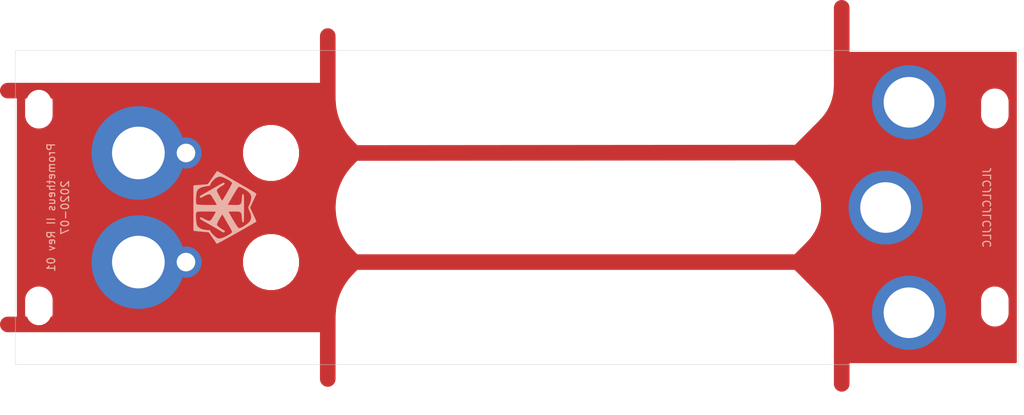
<source format=kicad_pcb>
(kicad_pcb (version 20171130) (host pcbnew 5.1.5-52549c5~86~ubuntu19.10.1)

  (general
    (thickness 1.6)
    (drawings 40)
    (tracks 219)
    (zones 0)
    (modules 24)
    (nets 1)
  )

  (page A4)
  (layers
    (0 F.Cu signal)
    (31 B.Cu signal hide)
    (32 B.Adhes user)
    (33 F.Adhes user)
    (34 B.Paste user)
    (35 F.Paste user)
    (36 B.SilkS user)
    (37 F.SilkS user)
    (38 B.Mask user)
    (39 F.Mask user)
    (40 Dwgs.User user)
    (41 Cmts.User user)
    (42 Eco1.User user)
    (43 Eco2.User user)
    (44 Edge.Cuts user)
    (45 Margin user)
    (46 B.CrtYd user)
    (47 F.CrtYd user)
    (48 B.Fab user)
    (49 F.Fab user)
  )

  (setup
    (last_trace_width 0.25)
    (trace_clearance 0.2)
    (zone_clearance 0.508)
    (zone_45_only no)
    (trace_min 0.2)
    (via_size 0.8)
    (via_drill 0.4)
    (via_min_size 0.4)
    (via_min_drill 0.3)
    (uvia_size 0.3)
    (uvia_drill 0.1)
    (uvias_allowed no)
    (uvia_min_size 0.2)
    (uvia_min_drill 0.1)
    (edge_width 0.05)
    (segment_width 0.2)
    (pcb_text_width 0.3)
    (pcb_text_size 1.5 1.5)
    (mod_edge_width 0.12)
    (mod_text_size 1 1)
    (mod_text_width 0.15)
    (pad_size 1.524 1.524)
    (pad_drill 0.762)
    (pad_to_mask_clearance 0.051)
    (solder_mask_min_width 0.25)
    (aux_axis_origin 100 150)
    (grid_origin 100 150)
    (visible_elements FFFFFF7F)
    (pcbplotparams
      (layerselection 0x010fc_ffffffff)
      (usegerberextensions false)
      (usegerberattributes true)
      (usegerberadvancedattributes true)
      (creategerberjobfile false)
      (excludeedgelayer false)
      (linewidth 0.150000)
      (plotframeref false)
      (viasonmask false)
      (mode 1)
      (useauxorigin true)
      (hpglpennumber 1)
      (hpglpenspeed 20)
      (hpglpendiameter 15.000000)
      (psnegative false)
      (psa4output false)
      (plotreference true)
      (plotvalue true)
      (plotinvisibletext false)
      (padsonsilk false)
      (subtractmaskfromsilk false)
      (outputformat 1)
      (mirror false)
      (drillshape 0)
      (scaleselection 1)
      (outputdirectory ""))
  )

  (net 0 "")

  (net_class Default "This is the default net class."
    (clearance 0.2)
    (trace_width 0.25)
    (via_dia 0.8)
    (via_drill 0.4)
    (uvia_dia 0.3)
    (uvia_drill 0.1)
  )

  (module ttt_panels:PJ398SM_Plated (layer F.Cu) (tedit 5F13AF72) (tstamp 5F24C3A9)
    (at 162 113 180)
    (fp_text reference REF** (at 0 0.5) (layer F.SilkS) hide
      (effects (font (size 1 1) (thickness 0.15)))
    )
    (fp_text value PJ398SM_Plated (at 0 -0.5) (layer F.Fab)
      (effects (font (size 1 1) (thickness 0.15)))
    )
    (pad 1 thru_hole circle (at 0 0 180) (size 9.5 9.5) (drill 6.5) (layers *.Cu))
  )

  (module ttt_panels:PJ398SM_Unplated (layer F.Cu) (tedit 5F20E56B) (tstamp 5F24C3A5)
    (at 144.5 99.5 180)
    (fp_text reference REF** (at 0 0.5) (layer F.SilkS) hide
      (effects (font (size 1 1) (thickness 0.15)))
    )
    (fp_text value PJ398SM_Unplated (at 0 -0.5) (layer F.Fab)
      (effects (font (size 1 1) (thickness 0.15)))
    )
    (pad "" np_thru_hole circle (at 0 0 180) (size 6.75 6.75) (drill 6.75) (layers *.Cu *.Mask))
  )

  (module ttt_lib:euro_mounting_hole (layer F.Cu) (tedit 5F13AFEE) (tstamp 5F24C39F)
    (at 50.5 112.2 270)
    (fp_text reference REF** (at 0 0.5 90) (layer F.SilkS) hide
      (effects (font (size 1 1) (thickness 0.15)))
    )
    (fp_text value euro_mounting_hole (at 0 -0.5 90) (layer F.Fab)
      (effects (font (size 1 1) (thickness 0.15)))
    )
    (pad "" np_thru_hole oval (at 0 0 270) (size 4.8 3.2) (drill oval 4.8 3.2) (layers *.Cu *.Mask))
  )

  (module ttt_panels:PJ398SM_Unplated (layer F.Cu) (tedit 5F20E573) (tstamp 5F24C392)
    (at 144.5 85.5 180)
    (fp_text reference REF** (at 0 0.5) (layer F.SilkS) hide
      (effects (font (size 1 1) (thickness 0.15)))
    )
    (fp_text value PJ398SM_Unplated (at 0 -0.5) (layer F.Fab)
      (effects (font (size 1 1) (thickness 0.15)))
    )
    (pad "" np_thru_hole circle (at 0 0 180) (size 6.75 6.75) (drill 6.75) (layers *.Cu *.Mask))
  )

  (module ttt_panels:Knob_Unplated (layer F.Cu) (tedit 5F13AF84) (tstamp 5F24C38E)
    (at 128.25 113.5 180)
    (fp_text reference REF** (at 0 0.5) (layer F.SilkS) hide
      (effects (font (size 1 1) (thickness 0.15)))
    )
    (fp_text value Knob_Unplated (at 0 -0.5) (layer F.Fab)
      (effects (font (size 1 1) (thickness 0.15)))
    )
    (pad "" np_thru_hole circle (at 0 0 180) (size 6.85 6.85) (drill 6.85) (layers *.Cu *.Mask))
  )

  (module ttt_panels:Knob_Unplated (layer F.Cu) (tedit 5F13AF84) (tstamp 5F24C38A)
    (at 128.25 99.5 180)
    (fp_text reference REF** (at 0 0.5) (layer F.SilkS) hide
      (effects (font (size 1 1) (thickness 0.15)))
    )
    (fp_text value Knob_Unplated (at 0 -0.5) (layer F.Fab)
      (effects (font (size 1 1) (thickness 0.15)))
    )
    (pad "" np_thru_hole circle (at 0 0 180) (size 6.85 6.85) (drill 6.85) (layers *.Cu *.Mask))
  )

  (module ttt_panels:Knob_Unplated (layer F.Cu) (tedit 5F13AF84) (tstamp 5F24C386)
    (at 128.25 85.5 180)
    (fp_text reference REF** (at 0 0.5) (layer F.SilkS) hide
      (effects (font (size 1 1) (thickness 0.15)))
    )
    (fp_text value Knob_Unplated (at 0 -0.5) (layer F.Fab)
      (effects (font (size 1 1) (thickness 0.15)))
    )
    (pad "" np_thru_hole circle (at 0 0 180) (size 6.85 6.85) (drill 6.85) (layers *.Cu *.Mask))
  )

  (module ttt_panels:PJ398SM_Unplated (layer F.Cu) (tedit 5F20E561) (tstamp 5F24C382)
    (at 144.5 113.5 180)
    (fp_text reference REF** (at 0 0.5) (layer F.SilkS) hide
      (effects (font (size 1 1) (thickness 0.15)))
    )
    (fp_text value PJ398SM_Unplated (at 0 -0.5) (layer F.Fab)
      (effects (font (size 1 1) (thickness 0.15)))
    )
    (pad "" np_thru_hole circle (at 0 0 180) (size 6.75 6.75) (drill 6.75) (layers *.Cu *.Mask))
  )

  (module ttt_panels:PJ398SM_Plated (layer F.Cu) (tedit 5F13AF72) (tstamp 5F24C37E)
    (at 159 99.5 180)
    (fp_text reference REF** (at 0 0.5) (layer F.SilkS) hide
      (effects (font (size 1 1) (thickness 0.15)))
    )
    (fp_text value PJ398SM_Plated (at 0 -0.5) (layer F.Fab)
      (effects (font (size 1 1) (thickness 0.15)))
    )
    (pad 1 thru_hole circle (at 0 0 180) (size 9.5 9.5) (drill 6.5) (layers *.Cu))
  )

  (module ttt_panels:Knob_Unplated (layer F.Cu) (tedit 5F13AF84) (tstamp 5F24C37A)
    (at 112.25 85.5 180)
    (fp_text reference REF** (at 0 0.5) (layer F.SilkS) hide
      (effects (font (size 1 1) (thickness 0.15)))
    )
    (fp_text value Knob_Unplated (at 0 -0.5) (layer F.Fab)
      (effects (font (size 1 1) (thickness 0.15)))
    )
    (pad "" np_thru_hole circle (at 0 0 180) (size 6.85 6.85) (drill 6.85) (layers *.Cu *.Mask))
  )

  (module ttt_panels:Knob_Unplated (layer F.Cu) (tedit 5F13AF84) (tstamp 5F24C376)
    (at 112.25 113.5 180)
    (fp_text reference REF** (at 0 0.5) (layer F.SilkS) hide
      (effects (font (size 1 1) (thickness 0.15)))
    )
    (fp_text value Knob_Unplated (at 0 -0.5) (layer F.Fab)
      (effects (font (size 1 1) (thickness 0.15)))
    )
    (pad "" np_thru_hole circle (at 0 0 180) (size 6.85 6.85) (drill 6.85) (layers *.Cu *.Mask))
  )

  (module ttt_panels:Knob_Unplated (layer F.Cu) (tedit 5F13AF84) (tstamp 5F24C36E)
    (at 112.25 99.5 180)
    (fp_text reference REF** (at 0 0.5) (layer F.SilkS) hide
      (effects (font (size 1 1) (thickness 0.15)))
    )
    (fp_text value Knob_Unplated (at 0 -0.5) (layer F.Fab)
      (effects (font (size 1 1) (thickness 0.15)))
    )
    (pad "" np_thru_hole circle (at 0 0 180) (size 6.85 6.85) (drill 6.85) (layers *.Cu *.Mask))
  )

  (module ttt_panels:Knob_Unplated (layer F.Cu) (tedit 5F13AF84) (tstamp 5F24C36A)
    (at 96.25 113.5 180)
    (fp_text reference REF** (at 0 0.5) (layer F.SilkS) hide
      (effects (font (size 1 1) (thickness 0.15)))
    )
    (fp_text value Knob_Unplated (at 0 -0.5) (layer F.Fab)
      (effects (font (size 1 1) (thickness 0.15)))
    )
    (pad "" np_thru_hole circle (at 0 0 180) (size 6.85 6.85) (drill 6.85) (layers *.Cu *.Mask))
  )

  (module ttt_panels:Knob_Unplated (layer F.Cu) (tedit 5F13AF84) (tstamp 5F24C366)
    (at 96.25 99.5 180)
    (fp_text reference REF** (at 0 0.5) (layer F.SilkS) hide
      (effects (font (size 1 1) (thickness 0.15)))
    )
    (fp_text value Knob_Unplated (at 0 -0.5) (layer F.Fab)
      (effects (font (size 1 1) (thickness 0.15)))
    )
    (pad "" np_thru_hole circle (at 0 0 180) (size 6.85 6.85) (drill 6.85) (layers *.Cu *.Mask))
  )

  (module ttt_panels:Knob_Unplated (layer F.Cu) (tedit 5F13AF84) (tstamp 5F24C362)
    (at 80.25 106.5 180)
    (fp_text reference REF** (at 0 0.5) (layer F.SilkS) hide
      (effects (font (size 1 1) (thickness 0.15)))
    )
    (fp_text value Knob_Unplated (at 0 -0.5) (layer F.Fab)
      (effects (font (size 1 1) (thickness 0.15)))
    )
    (pad "" np_thru_hole circle (at 0 0 180) (size 6.85 6.85) (drill 6.85) (layers *.Cu *.Mask))
  )

  (module ttt_panels:Knob_Unplated (layer F.Cu) (tedit 5F13AF84) (tstamp 5F24C35E)
    (at 80.25 92.5 180)
    (fp_text reference REF** (at 0 0.5) (layer F.SilkS) hide
      (effects (font (size 1 1) (thickness 0.15)))
    )
    (fp_text value Knob_Unplated (at 0 -0.5) (layer F.Fab)
      (effects (font (size 1 1) (thickness 0.15)))
    )
    (pad "" np_thru_hole circle (at 0 0 180) (size 6.85 6.85) (drill 6.85) (layers *.Cu *.Mask))
  )

  (module ttt_panels:Knob_Unplated (layer F.Cu) (tedit 5F13AF84) (tstamp 5F24C35A)
    (at 96.25 85.5 180)
    (fp_text reference REF** (at 0 0.5) (layer F.SilkS) hide
      (effects (font (size 1 1) (thickness 0.15)))
    )
    (fp_text value Knob_Unplated (at 0 -0.5) (layer F.Fab)
      (effects (font (size 1 1) (thickness 0.15)))
    )
    (pad "" np_thru_hole circle (at 0 0 180) (size 6.85 6.85) (drill 6.85) (layers *.Cu *.Mask))
  )

  (module ttt_panels:Funswitch_Plated (layer F.Cu) (tedit 5F13AF8C) (tstamp 5F24C355)
    (at 63.25 106.5 90)
    (fp_text reference REF** (at 0 0.5 90) (layer F.SilkS) hide
      (effects (font (size 1 1) (thickness 0.15)))
    )
    (fp_text value Funswitch_Plated (at 0 -0.5 90) (layer F.Fab)
      (effects (font (size 1 1) (thickness 0.15)))
    )
    (pad 1 thru_hole circle (at 0 0 90) (size 12 12) (drill 6.75) (layers *.Cu))
    (pad 1 thru_hole circle (at 0 6.1 90) (size 4 4) (drill 2.38) (layers *.Cu))
  )

  (module ttt_panels:Funswitch_Plated (layer F.Cu) (tedit 5F13AF8C) (tstamp 5F24C350)
    (at 63.25 92.5 90)
    (fp_text reference REF** (at 0 0.5 90) (layer F.SilkS) hide
      (effects (font (size 1 1) (thickness 0.15)))
    )
    (fp_text value Funswitch_Plated (at 0 -0.5 90) (layer F.Fab)
      (effects (font (size 1 1) (thickness 0.15)))
    )
    (pad 1 thru_hole circle (at 0 0 90) (size 12 12) (drill 6.75) (layers *.Cu))
    (pad 1 thru_hole circle (at 0 6.1 90) (size 4 4) (drill 2.38) (layers *.Cu))
  )

  (module ttt_lib:euro_mounting_hole (layer F.Cu) (tedit 5F13AFEE) (tstamp 5F24C340)
    (at 173 86.8 270)
    (fp_text reference REF** (at 0 0.5 90) (layer F.SilkS) hide
      (effects (font (size 1 1) (thickness 0.15)))
    )
    (fp_text value euro_mounting_hole (at 0 -0.5 90) (layer F.Fab)
      (effects (font (size 1 1) (thickness 0.15)))
    )
    (pad "" np_thru_hole oval (at 0 0 270) (size 4.8 3.2) (drill oval 4.8 3.2) (layers *.Cu *.Mask))
  )

  (module ttt_lib:TTT_11.1x9.5 (layer B.Cu) (tedit 0) (tstamp 5F24C32F)
    (at 74.5 99.5 270)
    (fp_text reference G*** (at 0 0 90) (layer B.SilkS) hide
      (effects (font (size 1.524 1.524) (thickness 0.3)) (justify mirror))
    )
    (fp_text value LOGO (at 0.75 0 90) (layer B.SilkS) hide
      (effects (font (size 1.524 1.524) (thickness 0.3)) (justify mirror))
    )
    (fp_poly (pts (xy 3.007409 4.016376) (xy 3.02788 3.869427) (xy 3.051741 3.641098) (xy 3.074332 3.376755)
      (xy 3.077546 3.33375) (xy 3.100656 3.042962) (xy 3.12644 2.756925) (xy 3.149552 2.534706)
      (xy 3.150834 2.523878) (xy 3.186985 2.222005) (xy 3.895367 1.736086) (xy 4.159883 1.553965)
      (xy 4.387506 1.395976) (xy 4.557224 1.276796) (xy 4.648027 1.211104) (xy 4.655653 1.205005)
      (xy 4.632263 1.146096) (xy 4.553149 0.990432) (xy 4.425837 0.751387) (xy 4.257852 0.442336)
      (xy 4.05672 0.076653) (xy 3.829966 -0.332286) (xy 3.585116 -0.771109) (xy 3.329695 -1.226439)
      (xy 3.071228 -1.684902) (xy 2.817241 -2.133124) (xy 2.575259 -2.557731) (xy 2.352808 -2.945347)
      (xy 2.157412 -3.282598) (xy 1.996598 -3.55611) (xy 1.877891 -3.752507) (xy 1.808816 -3.858417)
      (xy 1.801268 -3.867969) (xy 1.739159 -3.851368) (xy 1.5828 -3.788361) (xy 1.35236 -3.68765)
      (xy 1.068011 -3.557937) (xy 0.895272 -3.477068) (xy 0.012067 -3.059947) (xy -0.853006 -3.466723)
      (xy -1.157802 -3.608627) (xy -1.421778 -3.728848) (xy -1.623753 -3.817948) (xy -1.742547 -3.86649)
      (xy -1.763915 -3.872612) (xy -1.809896 -3.820199) (xy -1.906451 -3.67627) (xy -2.041573 -3.459819)
      (xy -2.203255 -3.189841) (xy -2.295787 -3.031237) (xy -2.771242 -2.208655) (xy -3.079124 -1.675326)
      (xy -2.667 -1.675326) (xy -2.633303 -1.792353) (xy -2.543946 -1.982829) (xy -2.416536 -2.216464)
      (xy -2.268678 -2.46297) (xy -2.117976 -2.692057) (xy -1.982035 -2.873436) (xy -1.947492 -2.913221)
      (xy -1.745143 -3.077044) (xy -1.501354 -3.194638) (xy -1.297401 -3.236014) (xy -1.164337 -3.219758)
      (xy -0.963841 -3.17535) (xy -0.821151 -3.136245) (xy -0.576415 -3.054344) (xy -0.340379 -2.960591)
      (xy -0.24315 -2.915267) (xy -0.111099 -2.852421) (xy -0.009535 -2.831015) (xy 0.105905 -2.854097)
      (xy 0.27958 -2.924718) (xy 0.350683 -2.956077) (xy 0.766115 -3.117519) (xy 1.117176 -3.196794)
      (xy 1.419974 -3.18732) (xy 1.690616 -3.082513) (xy 1.945209 -2.875791) (xy 2.19986 -2.560572)
      (xy 2.470677 -2.130273) (xy 2.501249 -2.077198) (xy 2.595766 -1.882348) (xy 2.649889 -1.711754)
      (xy 2.655223 -1.638737) (xy 2.613849 -1.567348) (xy 2.500498 -1.466715) (xy 2.304953 -1.32969)
      (xy 2.016998 -1.149121) (xy 1.626419 -0.91786) (xy 1.61925 -0.913691) (xy 1.295231 -0.726614)
      (xy 1.008725 -0.563634) (xy 0.777833 -0.43485) (xy 0.62066 -0.350363) (xy 0.555625 -0.320277)
      (xy 0.536764 -0.378415) (xy 0.521435 -0.538434) (xy 0.511301 -0.775225) (xy 0.508 -1.037908)
      (xy 0.511187 -1.393577) (xy 0.532321 -1.64297) (xy 0.58876 -1.806808) (xy 0.69786 -1.905814)
      (xy 0.87698 -1.96071) (xy 1.143476 -1.992217) (xy 1.318884 -2.005976) (xy 1.596774 -2.02986)
      (xy 1.770966 -2.054839) (xy 1.864652 -2.087327) (xy 1.901023 -2.133741) (xy 1.905 -2.16811)
      (xy 1.899259 -2.202422) (xy 1.87292 -2.229351) (xy 1.812306 -2.249789) (xy 1.703744 -2.264627)
      (xy 1.533556 -2.274755) (xy 1.288068 -2.281065) (xy 0.953604 -2.284447) (xy 0.516488 -2.285792)
      (xy 0.09525 -2.286) (xy -0.431501 -2.285622) (xy -0.844926 -2.283899) (xy -1.158699 -2.279939)
      (xy -1.386492 -2.272856) (xy -1.54198 -2.261759) (xy -1.638836 -2.245761) (xy -1.690733 -2.223972)
      (xy -1.711345 -2.195504) (xy -1.7145 -2.168367) (xy -1.699156 -2.109705) (xy -1.637183 -2.069671)
      (xy -1.504672 -2.041272) (xy -1.277713 -2.017514) (xy -1.169067 -2.00881) (xy -0.851861 -1.981014)
      (xy -0.623871 -1.941299) (xy -0.47104 -1.870661) (xy -0.37931 -1.750095) (xy -0.334623 -1.560598)
      (xy -0.322923 -1.283164) (xy -0.33015 -0.898789) (xy -0.33078 -0.875542) (xy -0.34925 -0.195334)
      (xy -1.508125 -0.865198) (xy -1.905751 -1.097184) (xy -2.20453 -1.277351) (xy -2.417169 -1.414582)
      (xy -2.556376 -1.517761) (xy -2.634856 -1.595771) (xy -2.665319 -1.657494) (xy -2.667 -1.675326)
      (xy -3.079124 -1.675326) (xy -3.185865 -1.490425) (xy -3.542734 -0.871147) (xy -3.844925 -0.345422)
      (xy -4.095514 0.092147) (xy -4.297576 0.446961) (xy -4.454189 0.724416) (xy -4.514773 0.833398)
      (xy -3.970089 0.833398) (xy -3.95998 0.689723) (xy -3.896535 0.463564) (xy -3.790978 0.201063)
      (xy -3.657829 -0.072216) (xy -3.511606 -0.330708) (xy -3.36683 -0.548849) (xy -3.238019 -0.701075)
      (xy -3.139695 -0.761821) (xy -3.135455 -0.762) (xy -3.049548 -0.731369) (xy -2.873073 -0.646063)
      (xy -2.624831 -0.515958) (xy -2.323623 -0.35093) (xy -1.988253 -0.160856) (xy -1.959306 -0.144168)
      (xy -1.6294 0.047919) (xy -1.340867 0.219072) (xy -1.110449 0.359098) (xy -0.954886 0.457805)
      (xy -0.890919 0.505002) (xy -0.890193 0.506707) (xy -0.943375 0.556963) (xy -1.08264 0.648284)
      (xy -1.280231 0.765432) (xy -1.508391 0.893169) (xy -1.739364 1.01626) (xy -1.945393 1.119468)
      (xy -2.098722 1.187555) (xy -2.164993 1.2065) (xy -2.293929 1.162505) (xy -2.444869 1.024385)
      (xy -2.626385 0.782937) (xy -2.771297 0.555625) (xy -2.899458 0.351255) (xy -2.986394 0.239365)
      (xy -3.05439 0.202458) (xy -3.125729 0.223036) (xy -3.164991 0.246471) (xy -3.180922 0.291279)
      (xy -3.154971 0.389165) (xy -3.081482 0.551841) (xy -2.954798 0.791019) (xy -2.769263 1.118413)
      (xy -2.621147 1.372623) (xy -2.403588 1.745099) (xy -2.187513 2.11806) (xy -1.98921 2.463174)
      (xy -1.824967 2.75211) (xy -1.721896 2.936763) (xy -1.589069 3.171944) (xy -1.496633 3.311919)
      (xy -1.427817 3.37489) (xy -1.365853 3.379061) (xy -1.329112 3.363152) (xy -1.273242 3.324863)
      (xy -1.255151 3.271122) (xy -1.280889 3.176823) (xy -1.356508 3.016862) (xy -1.460498 2.818116)
      (xy -1.611963 2.510018) (xy -1.691408 2.28432) (xy -1.702125 2.12116) (xy -1.647404 2.000677)
      (xy -1.603376 1.956008) (xy -1.511975 1.891252) (xy -1.346708 1.785873) (xy -1.134999 1.656137)
      (xy -0.904274 1.518309) (xy -0.68196 1.388654) (xy -0.495482 1.283437) (xy -0.372266 1.218924)
      (xy -0.33958 1.2065) (xy -0.331557 1.266823) (xy -0.326288 1.435133) (xy -0.323922 1.692444)
      (xy -0.324607 2.019772) (xy -0.328491 2.39813) (xy -0.329674 2.478917) (xy -0.330674 2.532225)
      (xy 0.508 2.532225) (xy 0.510014 2.157803) (xy 0.515621 1.831168) (xy 0.524167 1.571887)
      (xy 0.534997 1.399525) (xy 0.547457 1.333648) (xy 0.548089 1.3335) (xy 0.616704 1.363178)
      (xy 0.769936 1.443244) (xy 0.982609 1.560251) (xy 1.151339 1.655773) (xy 1.432483 1.823755)
      (xy 1.612997 1.963684) (xy 1.700113 2.10271) (xy 1.701064 2.267984) (xy 1.623084 2.486657)
      (xy 1.473406 2.785881) (xy 1.45947 2.812369) (xy 1.338169 3.046911) (xy 1.271657 3.194911)
      (xy 1.253806 3.281264) (xy 1.278484 3.330862) (xy 1.324471 3.360668) (xy 1.374285 3.374288)
      (xy 1.428834 3.351213) (xy 1.498608 3.277339) (xy 1.594097 3.13856) (xy 1.725794 2.920771)
      (xy 1.904187 2.609865) (xy 1.971764 2.490329) (xy 2.184043 2.11669) (xy 2.410375 1.72274)
      (xy 2.628416 1.347093) (xy 2.815825 1.028364) (xy 2.876951 0.925885) (xy 3.037767 0.655038)
      (xy 3.139571 0.471374) (xy 3.189962 0.353944) (xy 3.196538 0.281802) (xy 3.166896 0.234)
      (xy 3.136746 0.209643) (xy 3.055521 0.166719) (xy 2.990762 0.197099) (xy 2.910366 0.319799)
      (xy 2.890434 0.355553) (xy 2.741233 0.600978) (xy 2.573512 0.838558) (xy 2.412448 1.035395)
      (xy 2.283217 1.158595) (xy 2.268051 1.168742) (xy 2.159735 1.182052) (xy 1.979016 1.128132)
      (xy 1.718448 1.003622) (xy 1.370587 0.805165) (xy 1.117971 0.649886) (xy 0.870692 0.494851)
      (xy 1.371971 0.207227) (xy 1.6619 0.039787) (xy 2.002303 -0.158423) (xy 2.334525 -0.353206)
      (xy 2.44475 -0.418223) (xy 2.692541 -0.559404) (xy 2.90759 -0.672241) (xy 3.061951 -0.742605)
      (xy 3.118936 -0.759024) (xy 3.213505 -0.711579) (xy 3.332251 -0.588428) (xy 3.3813 -0.520711)
      (xy 3.602037 -0.151315) (xy 3.788396 0.229082) (xy 3.918145 0.573799) (xy 3.940083 0.652691)
      (xy 3.978728 0.858267) (xy 3.964063 1.015949) (xy 3.902846 1.170847) (xy 3.808465 1.315871)
      (xy 3.656777 1.494488) (xy 3.474606 1.68101) (xy 3.288777 1.849748) (xy 3.126114 1.975015)
      (xy 3.013443 2.031125) (xy 3.003574 2.032) (xy 2.924535 2.061545) (xy 2.916678 2.079625)
      (xy 2.910883 2.163763) (xy 2.900111 2.33527) (xy 2.888532 2.526422) (xy 2.826413 2.940687)
      (xy 2.699009 3.292427) (xy 2.51619 3.56132) (xy 2.310594 3.716585) (xy 2.134285 3.773792)
      (xy 1.883007 3.819827) (xy 1.588758 3.852954) (xy 1.283535 3.871436) (xy 0.999336 3.873536)
      (xy 0.768159 3.857519) (xy 0.622002 3.821648) (xy 0.602381 3.80928) (xy 0.568351 3.760278)
      (xy 0.543278 3.6668) (xy 0.525934 3.512237) (xy 0.515091 3.279983) (xy 0.509522 2.953431)
      (xy 0.508 2.532225) (xy -0.330674 2.532225) (xy -0.338071 2.926129) (xy -0.348535 3.262164)
      (xy -0.362425 3.502845) (xy -0.381099 3.663993) (xy -0.405917 3.761429) (xy -0.438237 3.810977)
      (xy -0.4445 3.815724) (xy -0.565999 3.849649) (xy -0.780296 3.865804) (xy -1.054702 3.865973)
      (xy -1.356529 3.851938) (xy -1.65309 3.825482) (xy -1.911696 3.788387) (xy -2.099659 3.742437)
      (xy -2.145934 3.722936) (xy -2.339537 3.58286) (xy -2.492173 3.378581) (xy -2.611121 3.093692)
      (xy -2.703662 2.71179) (xy -2.762506 2.333625) (xy -2.79614 2.147174) (xy -2.844946 2.05692)
      (xy -2.926417 2.032085) (xy -2.93392 2.032) (xy -3.045892 1.99237) (xy -3.215109 1.888203)
      (xy -3.405945 1.741584) (xy -3.41551 1.733454) (xy -3.711885 1.43084) (xy -3.898674 1.127123)
      (xy -3.970089 0.833398) (xy -4.514773 0.833398) (xy -4.568428 0.929913) (xy -4.643368 1.068849)
      (xy -4.682087 1.146624) (xy -4.68885 1.168653) (xy -4.632065 1.208531) (xy -4.489134 1.308412)
      (xy -4.278108 1.455693) (xy -4.017041 1.637774) (xy -3.834289 1.765176) (xy -3.001327 2.345764)
      (xy -2.962795 2.712757) (xy -2.939189 2.956546) (xy -2.911891 3.266691) (xy -2.886174 3.582866)
      (xy -2.882149 3.635376) (xy -2.840036 4.191001) (xy 2.974409 4.191001) (xy 3.007409 4.016376)) (layer B.SilkS) (width 0.01))
  )

  (module ttt_lib:euro_mounting_hole (layer F.Cu) (tedit 5F13AFEE) (tstamp 5F24C32B)
    (at 173 112.2 270)
    (fp_text reference REF** (at 0 0.5 90) (layer F.SilkS) hide
      (effects (font (size 1 1) (thickness 0.15)))
    )
    (fp_text value euro_mounting_hole (at 0 -0.5 90) (layer F.Fab)
      (effects (font (size 1 1) (thickness 0.15)))
    )
    (pad "" np_thru_hole oval (at 0 0 270) (size 4.8 3.2) (drill oval 4.8 3.2) (layers *.Cu *.Mask))
  )

  (module ttt_lib:euro_mounting_hole (layer F.Cu) (tedit 5F13AFEE) (tstamp 5F24C2F2)
    (at 50.5 86.8 270)
    (fp_text reference REF** (at 0 0.5 90) (layer F.SilkS) hide
      (effects (font (size 1 1) (thickness 0.15)))
    )
    (fp_text value euro_mounting_hole (at 0 -0.5 90) (layer F.Fab)
      (effects (font (size 1 1) (thickness 0.15)))
    )
    (pad "" np_thru_hole oval (at 0 0 270) (size 4.8 3.2) (drill oval 4.8 3.2) (layers *.Cu *.Mask))
  )

  (module ttt_panels:PJ398SM_Plated (layer F.Cu) (tedit 5F13AF72) (tstamp 5F24C2CD)
    (at 162 86 180)
    (fp_text reference REF** (at 0 0.5) (layer F.SilkS) hide
      (effects (font (size 1 1) (thickness 0.15)))
    )
    (fp_text value PJ398SM_Plated (at 0 -0.5) (layer F.Fab)
      (effects (font (size 1 1) (thickness 0.15)))
    )
    (pad 1 thru_hole circle (at 0 0 180) (size 9.5 9.5) (drill 6.5) (layers *.Cu))
  )

  (gr_poly (pts (xy 87.517876 113.5) (xy 90.075456 107.325456) (xy 90.900912 106.5) (xy 90.075456 105.674544) (xy 87.517876 99.5) (xy 90.075456 93.325456) (xy 90.900912 92.5) (xy 90.075456 91.674544) (xy 87.517876 85.5) (xy 87.517876 77.5) (xy 153.251524 75.498476) (xy 153.375 83.875) (xy 151.251524 89.001524) (xy 147.75 92.5) (xy 149.626524 94.373476) (xy 151.75 99.5) (xy 149.626524 104.626524) (xy 147.75 106.5) (xy 151.251524 109.998476) (xy 153.375 115.125) (xy 153.375 120.625) (xy 87.517876 121.5)) (layer B.Mask) (width 0.1) (tstamp 5F24C3B0))
  (gr_line (start 46.517876 114.5) (end 87.517876 114.5) (layer F.Mask) (width 2) (tstamp 5F24C39E))
  (gr_arc (start 96.25 99.5) (end 90.075456 93.325456) (angle -45) (layer F.Mask) (width 2) (tstamp 5F24C396))
  (gr_arc (start 146.125 115.125) (end 153.375 115.125) (angle -45) (layer F.Mask) (width 2) (tstamp 5F24C346))
  (gr_poly (pts (xy 46.517876 77.5) (xy 96 77.5) (xy 96 84.5) (xy 46.5 84.5)) (layer F.Mask) (width 0.1) (tstamp 5F24C328))
  (gr_line (start 147.753049 92.5) (end 149.626525 94.373476) (layer F.Mask) (width 2) (tstamp 5F24C326))
  (gr_poly (pts (xy 46.517876 114.5) (xy 96 114.5) (xy 96 121.5) (xy 46.5 121.5)) (layer F.Mask) (width 0.1) (tstamp 5F24C325))
  (gr_line (start 90.900912 92.5) (end 90.075456 93.325456) (layer F.Mask) (width 2) (tstamp 5F24C312))
  (gr_line (start 153.375 74.375) (end 153.375 83.875) (layer F.Mask) (width 0.15) (tstamp 5F24C310))
  (gr_arc (start 96.25 99.5) (end 90.075456 105.674544) (angle 45) (layer F.Mask) (width 2) (tstamp 5F24C309))
  (gr_line (start 87.517876 85.5) (end 87.517876 77.5) (layer F.Mask) (width 2) (tstamp 5F24C304))
  (gr_arc (start 144.5 99.5) (end 151.75 99.5) (angle 45) (layer F.Mask) (width 2) (tstamp 5F24C303))
  (gr_line (start 147.753049 92.5) (end 151.251524 88.998476) (layer F.Mask) (width 2) (tstamp 5F24C302))
  (gr_text "Prometheus II Rev 01" (at 52.074 99.5 90) (layer B.SilkS) (tstamp 5F24C2FA)
    (effects (font (size 1 1) (thickness 0.15)) (justify mirror))
  )
  (gr_line (start 90.900912 92.5) (end 90.075456 91.674544) (layer F.Mask) (width 2) (tstamp 5F24C2F6))
  (gr_arc (start 146.125 83.875) (end 153.375 83.875) (angle 45) (layer F.Mask) (width 2) (tstamp 5F24C2E5))
  (gr_text "2020-07\n" (at 53.852 99.5 90) (layer B.SilkS) (tstamp 5F24C2CA)
    (effects (font (size 1 1) (thickness 0.15)) (justify mirror))
  )
  (gr_text JLCJLCJLCJLC (at 172 99.5 90) (layer B.SilkS) (tstamp 5F24C2C9)
    (effects (font (size 1 1) (thickness 0.15)) (justify mirror))
  )
  (gr_line (start 90.900912 106.5) (end 90.075456 105.674544) (layer F.Mask) (width 2) (tstamp 5F24C2C7))
  (gr_arc (start 144.5 99.5) (end 151.75 99.5) (angle -45) (layer F.Mask) (width 2) (tstamp 5F24C2C6))
  (gr_line (start 47.5 79.35) (end 47.5 119.65) (layer Edge.Cuts) (width 0.05) (tstamp 5F24C2AA))
  (gr_poly (pts (xy 46.517876 121.5) (xy 96 121.5) (xy 96 114.5) (xy 46.5 114.5)) (layer B.Mask) (width 0.1) (tstamp 5F24C2A7))
  (gr_line (start 151.75 99.5) (end 149.626524 104.626524) (layer F.Mask) (width 0.15) (tstamp 5F24C2A1))
  (gr_line (start 149.626524 90.626524) (end 147.75 92.5) (layer F.Mask) (width 0.15) (tstamp 5F24C29F))
  (gr_arc (start 96.25 85.5) (end 90.075456 91.674544) (angle 45) (layer F.Mask) (width 2) (tstamp 5F24C29E))
  (gr_line (start 176 79.35) (end 47.5 79.35) (layer Edge.Cuts) (width 0.05) (tstamp 5F24C296))
  (gr_line (start 147.75 92.5) (end 149.626524 94.373476) (layer F.Mask) (width 0.15) (tstamp 5F24C294))
  (gr_line (start 153.375 83.875) (end 153.375 73.875) (layer F.Mask) (width 2) (tstamp 5F24C28C))
  (gr_line (start 176 119.65) (end 176 79.35) (layer Edge.Cuts) (width 0.05) (tstamp 5F24C285))
  (gr_line (start 147.753049 106.5) (end 149.626525 104.626524) (layer F.Mask) (width 2) (tstamp 5F24C283))
  (gr_line (start 47.5 119.65) (end 176 119.65) (layer Edge.Cuts) (width 0.05) (tstamp 5F24C27C))
  (gr_line (start 147.753049 106.5) (end 151.251524 109.998476) (layer F.Mask) (width 2) (tstamp 5F24C268))
  (gr_line (start 87.517876 113.5) (end 87.517876 121.5) (layer F.Mask) (width 2) (tstamp 5F24C265))
  (gr_line (start 153.375 115.125) (end 153.375 125.125) (layer F.Mask) (width 2) (tstamp 5F24C263))
  (gr_poly (pts (xy 87.517876 113.5) (xy 90.075456 107.325456) (xy 90.900912 106.5) (xy 90.075456 105.674544) (xy 87.517876 99.5) (xy 90.075456 93.325456) (xy 90.900912 92.5) (xy 90.075456 91.674544) (xy 87.517876 85.5) (xy 87.517876 77.5) (xy 153.251524 75.498476) (xy 153.375 83.875) (xy 151.251524 89.001524) (xy 147.75 92.5) (xy 149.626524 94.373476) (xy 151.75 99.5) (xy 149.626524 104.626524) (xy 147.75 106.5) (xy 151.251524 109.998476) (xy 153.375 115.125) (xy 153.375 120.625) (xy 87.517876 121.5)) (layer F.Mask) (width 0.1) (tstamp 5F24C262))
  (gr_line (start 90.900912 106.5) (end 90.075456 107.325456) (layer F.Mask) (width 2) (tstamp 5F24C25E))
  (gr_arc (start 96.25 113.5) (end 90.075456 107.325456) (angle -45) (layer F.Mask) (width 2) (tstamp 5F24C258))
  (gr_line (start 46.517877 84.5) (end 87.517877 84.5) (layer F.Mask) (width 2) (tstamp 5F24C251))
  (gr_poly (pts (xy 46.5 119.2) (xy 46.5 82.2) (xy 53.5 82.2) (xy 53.5 119.2)) (layer F.Mask) (width 0.1) (tstamp 5F24C24E))
  (gr_poly (pts (xy 46.517876 84.5) (xy 96 84.5) (xy 96 77.5) (xy 46.5 77.5)) (layer B.Mask) (width 0.1) (tstamp 5F24C24C))

  (segment (start 151.57584 110.344744) (end 151.416515 110.168957) (width 2) (layer F.Cu) (net 0) (tstamp 5F24C24A))
  (segment (start 89.216701 94.3248) (end 89.376216 94.114734) (width 2) (layer F.Cu) (net 0) (tstamp 5F24C24B))
  (segment (start 149.791515 94.543957) (end 149.626525 94.373477) (width 2) (layer F.Cu) (net 0) (tstamp 5F24C24D))
  (segment (start 87.712367 101.332709) (end 87.660909 101.07401) (width 2) (layer F.Cu) (net 0) (tstamp 5F24C24F))
  (segment (start 87.581543 112.447459) (end 87.553707 112.709753) (width 2) (layer F.Cu) (net 0) (tstamp 5F24C250))
  (segment (start 152.910318 86.428813) (end 152.823127 86.649455) (width 2) (layer F.Cu) (net 0) (tstamp 5F24C252))
  (segment (start 87.771615 111.410266) (end 87.712367 111.667292) (width 2) (layer F.Cu) (net 0) (tstamp 5F24C253))
  (segment (start 87.838599 97.155147) (end 87.913259 96.902167) (width 2) (layer F.Cu) (net 0) (tstamp 5F24C254))
  (segment (start 87.517875 99.5) (end 87.521859 99.236264) (width 2) (layer F.Cu) (net 0) (tstamp 5F24C255))
  (segment (start 150.656717 103.328492) (end 150.778685 103.125) (width 2) (layer F.Cu) (net 0) (tstamp 5F24C256))
  (segment (start 87.581543 86.552542) (end 87.617287 86.813875) (width 2) (layer F.Cu) (net 0) (tstamp 5F24C257))
  (segment (start 151.560609 101.146303) (end 151.610694 100.914405) (width 2) (layer F.Cu) (net 0) (tstamp 5F24C259))
  (segment (start 153.185609 85.521303) (end 153.127963 85.751439) (width 2) (layer F.Cu) (net 0) (tstamp 5F24C25A))
  (segment (start 152.018139 110.902038) (end 151.876813 110.711481) (width 2) (layer F.Cu) (net 0) (tstamp 5F24C25B))
  (segment (start 90.075456 107.325456) (end 90.900912 106.5) (width 2) (layer F.Cu) (net 0) (tstamp 5F24C25C))
  (segment (start 150.104327 104.099351) (end 150.251813 103.91352) (width 2) (layer F.Cu) (net 0) (tstamp 5F24C25F))
  (segment (start 89.216701 108.3248) (end 89.063603 108.539588) (width 2) (layer F.Cu) (net 0) (tstamp 5F24C260))
  (segment (start 88.182569 110.158361) (end 88.085322 110.403546) (width 2) (layer F.Cu) (net 0) (tstamp 5F24C261))
  (segment (start 151.002328 96.293408) (end 150.89393 96.082375) (width 2) (layer F.Cu) (net 0) (tstamp 5F24C264))
  (segment (start 87.660909 87.07401) (end 87.712367 87.332709) (width 2) (layer F.Cu) (net 0) (tstamp 5F24C266))
  (segment (start 87.712367 87.332709) (end 87.771615 87.589735) (width 2) (layer F.Cu) (net 0) (tstamp 5F24C267))
  (segment (start 87.771615 97.410266) (end 87.838599 97.155147) (width 2) (layer F.Cu) (net 0) (tstamp 5F24C269))
  (segment (start 88.64418 109.210304) (end 88.518088 109.44198) (width 2) (layer F.Cu) (net 0) (tstamp 5F24C26A))
  (segment (start 88.287177 109.916225) (end 88.182569 110.158361) (width 2) (layer F.Cu) (net 0) (tstamp 5F24C26B))
  (segment (start 152.728763 112.132875) (end 152.627328 111.918408) (width 2) (layer F.Cu) (net 0) (tstamp 5F24C26C))
  (segment (start 152.823127 86.649455) (end 152.728763 86.867126) (width 2) (layer F.Cu) (net 0) (tstamp 5F24C26D))
  (segment (start 88.917062 104.241099) (end 88.777211 104.017459) (width 2) (layer F.Cu) (net 0) (tstamp 5F24C26E))
  (segment (start 149.95084 104.280257) (end 150.104327 104.099351) (width 2) (layer F.Cu) (net 0) (tstamp 5F24C26F))
  (segment (start 153.278165 85.055993) (end 153.235694 85.289405) (width 2) (layer F.Cu) (net 0) (tstamp 5F24C270))
  (segment (start 150.528155 103.527884) (end 150.656717 103.328492) (width 2) (layer F.Cu) (net 0) (tstamp 5F24C271))
  (segment (start 151.285319 96.946188) (end 151.198127 96.725546) (width 2) (layer F.Cu) (net 0) (tstamp 5F24C272))
  (segment (start 90.900912 106.5) (end 147.753049 106.5) (width 2) (layer F.Cu) (net 0) (tstamp 5F24C273))
  (segment (start 153.371119 114.887787) (end 153.359478 114.650828) (width 2) (layer F.Cu) (net 0) (tstamp 5F24C274))
  (segment (start 151.437818 101.604564) (end 151.502963 101.376438) (width 2) (layer F.Cu) (net 0) (tstamp 5F24C275))
  (segment (start 87.581543 100.552542) (end 87.553707 100.290248) (width 2) (layer F.Cu) (net 0) (tstamp 5F24C276))
  (segment (start 89.216701 104.675201) (end 89.063603 104.460413) (width 2) (layer F.Cu) (net 0) (tstamp 5F24C277))
  (segment (start 88.917062 94.758902) (end 89.063603 94.539588) (width 2) (layer F.Cu) (net 0) (tstamp 5F24C278))
  (segment (start 152.153155 87.902885) (end 152.018139 88.097964) (width 2) (layer F.Cu) (net 0) (tstamp 5F24C279))
  (segment (start 87.553707 86.290248) (end 87.581543 86.552542) (width 2) (layer F.Cu) (net 0) (tstamp 5F24C27A))
  (segment (start 149.626525 104.626524) (end 149.791515 104.456044) (width 2) (layer F.Cu) (net 0) (tstamp 5F24C27B))
  (segment (start 88.64418 95.210304) (end 88.777211 94.982542) (width 2) (layer F.Cu) (net 0) (tstamp 5F24C27D))
  (segment (start 87.913259 102.097834) (end 87.838599 101.844854) (width 2) (layer F.Cu) (net 0) (tstamp 5F24C27E))
  (segment (start 87.533807 98.972768) (end 87.553707 98.709753) (width 2) (layer F.Cu) (net 0) (tstamp 5F24C27F))
  (segment (start 87.553707 112.709753) (end 87.533807 112.972768) (width 2) (layer F.Cu) (net 0) (tstamp 5F24C280))
  (segment (start 89.376216 94.114734) (end 89.542003 93.909582) (width 2) (layer F.Cu) (net 0) (tstamp 5F24C281))
  (segment (start 88.399051 103.322643) (end 88.287177 103.083776) (width 2) (layer F.Cu) (net 0) (tstamp 5F24C282))
  (segment (start 87.521859 99.236264) (end 87.533807 98.972768) (width 2) (layer F.Cu) (net 0) (tstamp 5F24C284))
  (segment (start 151.416515 110.168957) (end 150.501525 109.248476) (width 2) (layer F.Cu) (net 0) (tstamp 5F24C286))
  (segment (start 89.891783 93.514763) (end 90.075456 93.325456) (width 2) (layer F.Cu) (net 0) (tstamp 5F24C287))
  (segment (start 152.823127 112.350546) (end 152.728763 112.132875) (width 2) (layer F.Cu) (net 0) (tstamp 5F24C288))
  (segment (start 87.838599 101.844854) (end 87.771615 101.589735) (width 2) (layer F.Cu) (net 0) (tstamp 5F24C289))
  (segment (start 153.278165 113.944008) (end 153.235694 113.710596) (width 2) (layer F.Cu) (net 0) (tstamp 5F24C28A))
  (segment (start 89.376216 90.885267) (end 89.542004 91.09042) (width 2) (layer F.Cu) (net 0) (tstamp 5F24C28B))
  (segment (start 151.653165 98.319008) (end 151.610694 98.085596) (width 2) (layer F.Cu) (net 0) (tstamp 5F24C28D))
  (segment (start 150.251813 95.086481) (end 150.104327 94.90065) (width 2) (layer F.Cu) (net 0) (tstamp 5F24C28E))
  (segment (start 89.542003 107.909582) (end 89.376216 108.114734) (width 2) (layer F.Cu) (net 0) (tstamp 5F24C28F))
  (segment (start 89.891783 107.514763) (end 89.713911 107.709531) (width 2) (layer F.Cu) (net 0) (tstamp 5F24C290))
  (segment (start 150.393139 95.277038) (end 150.251813 95.086481) (width 2) (layer F.Cu) (net 0) (tstamp 5F24C291))
  (segment (start 89.713911 107.709531) (end 89.542003 107.909582) (width 2) (layer F.Cu) (net 0) (tstamp 5F24C292))
  (segment (start 151.575839 88.655258) (end 151.416515 88.831045) (width 2) (layer F.Cu) (net 0) (tstamp 5F24C293))
  (segment (start 151.002328 102.706593) (end 151.103763 102.492126) (width 2) (layer F.Cu) (net 0) (tstamp 5F24C295))
  (segment (start 87.553707 100.290248) (end 87.533807 100.027233) (width 2) (layer F.Cu) (net 0) (tstamp 5F24C297))
  (segment (start 150.393139 103.722963) (end 150.528155 103.527884) (width 2) (layer F.Cu) (net 0) (tstamp 5F24C298))
  (segment (start 87.517875 85.5) (end 87.517875 77.5) (width 2) (layer F.Cu) (net 0) (tstamp 5F24C299))
  (segment (start 88.287177 103.083776) (end 88.182569 102.84164) (width 2) (layer F.Cu) (net 0) (tstamp 5F24C29A))
  (segment (start 90.900912 92.5) (end 147.449748 92.449748) (width 2) (layer F.Cu) (net 0) (tstamp 5F24C29B))
  (segment (start 151.610694 100.914405) (end 151.653165 100.680993) (width 2) (layer F.Cu) (net 0) (tstamp 5F24C29C))
  (segment (start 88.182569 96.158361) (end 88.287177 95.916225) (width 2) (layer F.Cu) (net 0) (tstamp 5F24C29D))
  (segment (start 151.365244 97.169565) (end 151.285319 96.946188) (width 2) (layer F.Cu) (net 0) (tstamp 5F24C2A0))
  (segment (start 153.375 83.875) (end 153.375 73.875) (width 2) (layer F.Cu) (net 0) (tstamp 5F24C2A2))
  (segment (start 153.062818 113.020437) (end 152.990244 112.794565) (width 2) (layer F.Cu) (net 0) (tstamp 5F24C2A3))
  (segment (start 151.285319 102.053813) (end 151.365244 101.830436) (width 2) (layer F.Cu) (net 0) (tstamp 5F24C2A4))
  (segment (start 89.542003 105.090419) (end 89.376216 104.885267) (width 2) (layer F.Cu) (net 0) (tstamp 5F24C2A5))
  (segment (start 88.518088 95.44198) (end 88.64418 95.210304) (width 2) (layer F.Cu) (net 0) (tstamp 5F24C2A6))
  (segment (start 152.910319 112.571188) (end 152.823127 112.350546) (width 2) (layer F.Cu) (net 0) (tstamp 5F24C2A8))
  (segment (start 88.917062 108.758902) (end 88.777211 108.982542) (width 2) (layer F.Cu) (net 0) (tstamp 5F24C2A9))
  (segment (start 153.359478 114.650828) (end 153.34009 114.414376) (width 2) (layer F.Cu) (net 0) (tstamp 5F24C2AB))
  (segment (start 151.416515 88.831045) (end 151.251525 89.001525) (width 2) (layer F.Cu) (net 0) (tstamp 5F24C2AC))
  (segment (start 89.063603 104.460413) (end 88.917062 104.241099) (width 2) (layer F.Cu) (net 0) (tstamp 5F24C2AD))
  (segment (start 88.777211 104.017459) (end 88.64418 103.789697) (width 2) (layer F.Cu) (net 0) (tstamp 5F24C2AE))
  (segment (start 151.653165 100.680993) (end 151.687976 100.446315) (width 2) (layer F.Cu) (net 0) (tstamp 5F24C2AF))
  (segment (start 88.085322 110.403546) (end 87.995524 110.651557) (width 2) (layer F.Cu) (net 0) (tstamp 5F24C2B0))
  (segment (start 87.517875 85.5) (end 87.521859 85.763737) (width 2) (layer F.Cu) (net 0) (tstamp 5F24C2B1))
  (segment (start 88.64418 103.789697) (end 88.518088 103.558021) (width 2) (layer F.Cu) (net 0) (tstamp 5F24C2B2))
  (segment (start 151.502963 101.376438) (end 151.560609 101.146303) (width 2) (layer F.Cu) (net 0) (tstamp 5F24C2B3))
  (segment (start 88.287177 95.916225) (end 88.399051 95.677358) (width 2) (layer F.Cu) (net 0) (tstamp 5F24C2B4))
  (segment (start 149.791515 104.456044) (end 149.95084 104.280257) (width 2) (layer F.Cu) (net 0) (tstamp 5F24C2B5))
  (segment (start 149.626525 94.373476) (end 147.753049 92.5) (width 2) (layer F.Cu) (net 0) (tstamp 5F24C2B6))
  (segment (start 89.713911 105.29047) (end 89.542003 105.090419) (width 2) (layer F.Cu) (net 0) (tstamp 5F24C2B7))
  (segment (start 151.610694 98.085596) (end 151.560609 97.853698) (width 2) (layer F.Cu) (net 0) (tstamp 5F24C2B8))
  (segment (start 151.103763 102.492126) (end 151.198127 102.274455) (width 2) (layer F.Cu) (net 0) (tstamp 5F24C2B9))
  (segment (start 151.687976 98.553686) (end 151.653165 98.319008) (width 2) (layer F.Cu) (net 0) (tstamp 5F24C2BA))
  (segment (start 87.8386 87.844855) (end 87.913259 88.097835) (width 2) (layer F.Cu) (net 0) (tstamp 5F24C2BB))
  (segment (start 87.995524 88.348444) (end 88.085322 88.596455) (width 2) (layer F.Cu) (net 0) (tstamp 5F24C2BC))
  (segment (start 150.104327 94.90065) (end 149.95084 94.719744) (width 2) (layer F.Cu) (net 0) (tstamp 5F24C2BD))
  (segment (start 150.501525 109.248476) (end 149.626525 108.373476) (width 2) (layer F.Cu) (net 0) (tstamp 5F24C2BE))
  (segment (start 152.51893 111.707375) (end 152.403685 111.500001) (width 2) (layer F.Cu) (net 0) (tstamp 5F24C2BF))
  (segment (start 88.777211 108.982542) (end 88.64418 109.210304) (width 2) (layer F.Cu) (net 0) (tstamp 5F24C2C0))
  (segment (start 88.182569 102.84164) (end 88.085322 102.596455) (width 2) (layer F.Cu) (net 0) (tstamp 5F24C2C1))
  (segment (start 88.085322 96.403546) (end 88.182569 96.158361) (width 2) (layer F.Cu) (net 0) (tstamp 5F24C2C2))
  (segment (start 150.778685 103.125) (end 150.89393 102.917626) (width 2) (layer F.Cu) (net 0) (tstamp 5F24C2C3))
  (segment (start 88.518088 89.558022) (end 88.64418 89.789698) (width 2) (layer F.Cu) (net 0) (tstamp 5F24C2C4))
  (segment (start 88.182569 88.84164) (end 88.287177 89.083777) (width 2) (layer F.Cu) (net 0) (tstamp 5F24C2C5))
  (segment (start 87.553707 98.709753) (end 87.581543 98.447459) (width 2) (layer F.Cu) (net 0) (tstamp 5F24C2C8))
  (segment (start 87.517875 114.5) (end 46.517875 114.5) (width 2) (layer F.Cu) (net 0) (tstamp 5F24C2CB))
  (segment (start 88.399051 89.322643) (end 88.518088 89.558022) (width 2) (layer F.Cu) (net 0) (tstamp 5F24C2CC))
  (segment (start 153.185609 113.478698) (end 153.127963 113.248563) (width 2) (layer F.Cu) (net 0) (tstamp 5F24C2D1))
  (segment (start 150.778685 95.875001) (end 150.656717 95.671509) (width 2) (layer F.Cu) (net 0) (tstamp 5F24C2D2))
  (segment (start 151.71509 100.210625) (end 151.734478 99.974173) (width 2) (layer F.Cu) (net 0) (tstamp 5F24C2D3))
  (segment (start 89.713911 93.709531) (end 89.891783 93.514763) (width 2) (layer F.Cu) (net 0) (tstamp 5F24C2D4))
  (segment (start 151.198127 102.274455) (end 151.285319 102.053813) (width 2) (layer F.Cu) (net 0) (tstamp 5F24C2D5))
  (segment (start 151.746119 99.262787) (end 151.734478 99.025828) (width 2) (layer F.Cu) (net 0) (tstamp 5F24C2D6))
  (segment (start 151.729326 88.474352) (end 151.575839 88.655258) (width 2) (layer F.Cu) (net 0) (tstamp 5F24C2D7))
  (segment (start 87.517875 113.5) (end 87.517875 121.5) (width 2) (layer F.Cu) (net 0) (tstamp 5F24C2D8))
  (segment (start 88.287177 89.083777) (end 88.399051 89.322643) (width 2) (layer F.Cu) (net 0) (tstamp 5F24C2D9))
  (segment (start 89.713912 91.290471) (end 89.891783 91.485239) (width 2) (layer F.Cu) (net 0) (tstamp 5F24C2DA))
  (segment (start 151.437818 97.395437) (end 151.365244 97.169565) (width 2) (layer F.Cu) (net 0) (tstamp 5F24C2DB))
  (segment (start 87.660909 101.07401) (end 87.617287 100.813875) (width 2) (layer F.Cu) (net 0) (tstamp 5F24C2DC))
  (segment (start 87.771615 101.589735) (end 87.712367 101.332709) (width 2) (layer F.Cu) (net 0) (tstamp 5F24C2DD))
  (segment (start 153.371119 84.112214) (end 153.359478 84.349173) (width 2) (layer F.Cu) (net 0) (tstamp 5F24C2DE))
  (segment (start 153.235694 113.710596) (end 153.185609 113.478698) (width 2) (layer F.Cu) (net 0) (tstamp 5F24C2DF))
  (segment (start 89.216701 90.675201) (end 89.376216 90.885267) (width 2) (layer F.Cu) (net 0) (tstamp 5F24C2E0))
  (segment (start 151.71509 98.789376) (end 151.687976 98.553686) (width 2) (layer F.Cu) (net 0) (tstamp 5F24C2E1))
  (segment (start 153.312976 114.178686) (end 153.278165 113.944008) (width 2) (layer F.Cu) (net 0) (tstamp 5F24C2E2))
  (segment (start 88.399051 109.677358) (end 88.287177 109.916225) (width 2) (layer F.Cu) (net 0) (tstamp 5F24C2E3))
  (segment (start 88.399051 95.677358) (end 88.518088 95.44198) (width 2) (layer F.Cu) (net 0) (tstamp 5F24C2E4))
  (segment (start 87.521859 113.236264) (end 87.517875 113.500001) (width 2) (layer F.Cu) (net 0) (tstamp 5F24C2E6))
  (segment (start 87.913259 110.902167) (end 87.838599 111.155147) (width 2) (layer F.Cu) (net 0) (tstamp 5F24C2E7))
  (segment (start 149.95084 94.719744) (end 149.791515 94.543957) (width 2) (layer F.Cu) (net 0) (tstamp 5F24C2E8))
  (segment (start 87.995524 102.348444) (end 87.913259 102.097834) (width 2) (layer F.Cu) (net 0) (tstamp 5F24C2E9))
  (segment (start 150.89393 102.917626) (end 151.002328 102.706593) (width 2) (layer F.Cu) (net 0) (tstamp 5F24C2EA))
  (segment (start 87.660909 97.925991) (end 87.712367 97.667292) (width 2) (layer F.Cu) (net 0) (tstamp 5F24C2EB))
  (segment (start 89.376216 108.114734) (end 89.216701 108.3248) (width 2) (layer F.Cu) (net 0) (tstamp 5F24C2EC))
  (segment (start 87.617287 112.186126) (end 87.581543 112.447459) (width 2) (layer F.Cu) (net 0) (tstamp 5F24C2ED))
  (segment (start 152.403685 111.500001) (end 152.281717 111.296509) (width 2) (layer F.Cu) (net 0) (tstamp 5F24C2EE))
  (segment (start 150.251813 103.91352) (end 150.393139 103.722963) (width 2) (layer F.Cu) (net 0) (tstamp 5F24C2EF))
  (segment (start 87.617287 98.186126) (end 87.660909 97.925991) (width 2) (layer F.Cu) (net 0) (tstamp 5F24C2F0))
  (segment (start 151.365244 101.830436) (end 151.437818 101.604564) (width 2) (layer F.Cu) (net 0) (tstamp 5F24C2F1))
  (segment (start 89.063603 90.460413) (end 89.216701 90.675201) (width 2) (layer F.Cu) (net 0) (tstamp 5F24C2F7))
  (segment (start 150.528155 95.472117) (end 150.393139 95.277038) (width 2) (layer F.Cu) (net 0) (tstamp 5F24C2F8))
  (segment (start 153.062818 85.979564) (end 152.990244 86.205437) (width 2) (layer F.Cu) (net 0) (tstamp 5F24C2F9))
  (segment (start 152.990244 86.205437) (end 152.910318 86.428813) (width 2) (layer F.Cu) (net 0) (tstamp 5F24C2FB))
  (segment (start 153.235694 85.289405) (end 153.185609 85.521303) (width 2) (layer F.Cu) (net 0) (tstamp 5F24C2FC))
  (segment (start 153.34009 84.585625) (end 153.312976 84.821315) (width 2) (layer F.Cu) (net 0) (tstamp 5F24C2FD))
  (segment (start 90.075456 91.674544) (end 90.900912 92.5) (width 2) (layer F.Cu) (net 0) (tstamp 5F24C2FE))
  (segment (start 87.712367 111.667292) (end 87.660909 111.925991) (width 2) (layer F.Cu) (net 0) (tstamp 5F24C2FF))
  (segment (start 151.198127 96.725546) (end 151.103763 96.507875) (width 2) (layer F.Cu) (net 0) (tstamp 5F24C300))
  (segment (start 89.063603 94.539588) (end 89.216701 94.3248) (width 2) (layer F.Cu) (net 0) (tstamp 5F24C301))
  (segment (start 90.075456 105.674544) (end 90.900912 106.5) (width 2) (layer F.Cu) (net 0) (tstamp 5F24C305))
  (segment (start 87.521859 99.763737) (end 87.517875 99.5) (width 2) (layer F.Cu) (net 0) (tstamp 5F24C306))
  (segment (start 152.627328 87.081594) (end 152.51893 87.292627) (width 2) (layer F.Cu) (net 0) (tstamp 5F24C308))
  (segment (start 153.375 115.125) (end 153.375 122.125) (width 2) (layer F.Cu) (net 0) (tstamp 5F24C30A))
  (segment (start 88.777212 90.017459) (end 88.917062 90.241099) (width 2) (layer F.Cu) (net 0) (tstamp 5F24C30B))
  (segment (start 152.990244 112.794565) (end 152.910319 112.571188) (width 2) (layer F.Cu) (net 0) (tstamp 5F24C30C))
  (segment (start 150.501525 89.751524) (end 151.416515 88.831045) (width 2) (layer F.Cu) (net 0) (tstamp 5F24C30D))
  (segment (start 153.127963 85.751439) (end 153.062818 85.979564) (width 2) (layer F.Cu) (net 0) (tstamp 5F24C30E))
  (segment (start 88.085322 88.596455) (end 88.182569 88.84164) (width 2) (layer F.Cu) (net 0) (tstamp 5F24C30F))
  (segment (start 87.521859 85.763737) (end 87.533807 86.027233) (width 2) (layer F.Cu) (net 0) (tstamp 5F24C311))
  (segment (start 87.913259 88.097835) (end 87.995524 88.348444) (width 2) (layer F.Cu) (net 0) (tstamp 5F24C313))
  (segment (start 152.403685 87.5) (end 152.281716 87.703492) (width 2) (layer F.Cu) (net 0) (tstamp 5F24C314))
  (segment (start 151.734478 99.974173) (end 151.746119 99.737214) (width 2) (layer F.Cu) (net 0) (tstamp 5F24C315))
  (segment (start 87.533807 112.972768) (end 87.521859 113.236264) (width 2) (layer F.Cu) (net 0) (tstamp 5F24C316))
  (segment (start 149.626525 108.373476) (end 147.753049 106.5) (width 2) (layer F.Cu) (net 0) (tstamp 5F24C317))
  (segment (start 89.891783 91.485239) (end 90.075456 91.674546) (width 2) (layer F.Cu) (net 0) (tstamp 5F24C318))
  (segment (start 153.375 115.125) (end 153.371119 114.887787) (width 2) (layer F.Cu) (net 0) (tstamp 5F24C319))
  (segment (start 87.533807 86.027233) (end 87.553707 86.290248) (width 2) (layer F.Cu) (net 0) (tstamp 5F24C31A))
  (segment (start 152.281717 111.296509) (end 152.153155 111.097117) (width 2) (layer F.Cu) (net 0) (tstamp 5F24C31B))
  (segment (start 151.502963 97.623563) (end 151.437818 97.395437) (width 2) (layer F.Cu) (net 0) (tstamp 5F24C31C))
  (segment (start 151.876813 110.711481) (end 151.729327 110.52565) (width 2) (layer F.Cu) (net 0) (tstamp 5F24C31D))
  (segment (start 151.416515 110.168957) (end 151.251525 109.998477) (width 2) (layer F.Cu) (net 0) (tstamp 5F24C31E))
  (segment (start 147.753049 92.5) (end 150.501525 89.751524) (width 2) (layer F.Cu) (net 0) (tstamp 5F24C31F))
  (segment (start 151.687976 100.446315) (end 151.71509 100.210625) (width 2) (layer F.Cu) (net 0) (tstamp 5F24C320))
  (segment (start 151.876812 88.288521) (end 151.729326 88.474352) (width 2) (layer F.Cu) (net 0) (tstamp 5F24C321))
  (segment (start 151.75 99.5) (end 151.746119 99.262787) (width 2) (layer F.Cu) (net 0) (tstamp 5F24C322))
  (segment (start 153.127963 113.248563) (end 153.062818 113.020437) (width 2) (layer F.Cu) (net 0) (tstamp 5F24C323))
  (segment (start 152.018139 88.097964) (end 151.876812 88.288521) (width 2) (layer F.Cu) (net 0) (tstamp 5F24C324))
  (segment (start 90.075456 105.674545) (end 89.891783 105.485238) (width 2) (layer F.Cu) (net 0) (tstamp 5F24C327))
  (segment (start 152.153155 111.097117) (end 152.018139 110.902038) (width 2) (layer F.Cu) (net 0) (tstamp 5F24C329))
  (segment (start 153.359478 84.349173) (end 153.34009 84.585625) (width 2) (layer F.Cu) (net 0) (tstamp 5F24C32A))
  (segment (start 87.995524 110.651557) (end 87.913259 110.902167) (width 2) (layer F.Cu) (net 0) (tstamp 5F24C333))
  (segment (start 150.656717 95.671509) (end 150.528155 95.472117) (width 2) (layer F.Cu) (net 0) (tstamp 5F24C334))
  (segment (start 88.917062 90.241099) (end 89.063603 90.460413) (width 2) (layer F.Cu) (net 0) (tstamp 5F24C335))
  (segment (start 88.64418 89.789698) (end 88.777212 90.017459) (width 2) (layer F.Cu) (net 0) (tstamp 5F24C336))
  (segment (start 87.660909 111.925991) (end 87.617287 112.186126) (width 2) (layer F.Cu) (net 0) (tstamp 5F24C337))
  (segment (start 89.063603 108.539588) (end 88.917062 108.758902) (width 2) (layer F.Cu) (net 0) (tstamp 5F24C338))
  (segment (start 89.542004 91.09042) (end 89.713912 91.290471) (width 2) (layer F.Cu) (net 0) (tstamp 5F24C339))
  (segment (start 152.281716 87.703492) (end 152.153155 87.902885) (width 2) (layer F.Cu) (net 0) (tstamp 5F24C33A))
  (segment (start 89.891783 105.485238) (end 89.713911 105.29047) (width 2) (layer F.Cu) (net 0) (tstamp 5F24C33B))
  (segment (start 87.617287 86.813875) (end 87.660909 87.07401) (width 2) (layer F.Cu) (net 0) (tstamp 5F24C33C))
  (segment (start 88.085322 102.596455) (end 87.995524 102.348444) (width 2) (layer F.Cu) (net 0) (tstamp 5F24C33D))
  (segment (start 152.728763 86.867126) (end 152.627328 87.081594) (width 2) (layer F.Cu) (net 0) (tstamp 5F24C33E))
  (segment (start 88.518088 103.558021) (end 88.399051 103.322643) (width 2) (layer F.Cu) (net 0) (tstamp 5F24C33F))
  (segment (start 89.376216 104.885267) (end 89.216701 104.675201) (width 2) (layer F.Cu) (net 0) (tstamp 5F24C344))
  (segment (start 151.729327 110.52565) (end 151.57584 110.344744) (width 2) (layer F.Cu) (net 0) (tstamp 5F24C345))
  (segment (start 151.746119 99.737214) (end 151.75 99.5) (width 2) (layer F.Cu) (net 0) (tstamp 5F24C347))
  (segment (start 153.375 83.875) (end 153.371119 84.112214) (width 2) (layer F.Cu) (net 0) (tstamp 5F24C348))
  (segment (start 87.712367 97.667292) (end 87.771615 97.410266) (width 2) (layer F.Cu) (net 0) (tstamp 5F24C349))
  (segment (start 87.517875 84.5) (end 46.517875 84.5) (width 2) (layer F.Cu) (net 0) (tstamp 5F24C34A))
  (segment (start 87.995524 96.651557) (end 88.085322 96.403546) (width 2) (layer F.Cu) (net 0) (tstamp 5F24C34B))
  (segment (start 153.34009 114.414376) (end 153.312976 114.178686) (width 2) (layer F.Cu) (net 0) (tstamp 5F24C34C))
  (segment (start 87.771615 87.589735) (end 87.8386 87.844855) (width 2) (layer F.Cu) (net 0) (tstamp 5F24C34D))
  (segment (start 153.312976 84.821315) (end 153.278165 85.055993) (width 2) (layer F.Cu) (net 0) (tstamp 5F24C34E))
  (segment (start 151.560609 97.853698) (end 151.502963 97.623563) (width 2) (layer F.Cu) (net 0) (tstamp 5F24C34F))
  (segment (start 89.542003 93.909582) (end 89.713911 93.709531) (width 2) (layer F.Cu) (net 0) (tstamp 5F24C372))
  (segment (start 87.533807 100.027233) (end 87.521859 99.763737) (width 2) (layer F.Cu) (net 0) (tstamp 5F24C373))
  (segment (start 87.581543 98.447459) (end 87.617287 98.186126) (width 2) (layer F.Cu) (net 0) (tstamp 5F24C374))
  (segment (start 87.913259 96.902167) (end 87.995524 96.651557) (width 2) (layer F.Cu) (net 0) (tstamp 5F24C375))
  (segment (start 149.626525 104.626524) (end 147.753049 106.5) (width 2) (layer F.Cu) (net 0) (tstamp 5F24C397))
  (segment (start 151.103763 96.507875) (end 151.002328 96.293408) (width 2) (layer F.Cu) (net 0) (tstamp 5F24C398))
  (segment (start 88.777211 94.982542) (end 88.917062 94.758902) (width 2) (layer F.Cu) (net 0) (tstamp 5F24C399))
  (segment (start 150.89393 96.082375) (end 150.778685 95.875001) (width 2) (layer F.Cu) (net 0) (tstamp 5F24C39A))
  (segment (start 152.627328 111.918408) (end 152.51893 111.707375) (width 2) (layer F.Cu) (net 0) (tstamp 5F24C39B))
  (segment (start 90.075456 107.325456) (end 89.891783 107.514763) (width 2) (layer F.Cu) (net 0) (tstamp 5F24C39C))
  (segment (start 87.617287 100.813875) (end 87.581543 100.552542) (width 2) (layer F.Cu) (net 0) (tstamp 5F24C39D))
  (segment (start 152.51893 87.292627) (end 152.403685 87.5) (width 2) (layer F.Cu) (net 0) (tstamp 5F24C3A3))
  (segment (start 90.075456 93.325456) (end 90.900912 92.5) (width 2) (layer F.Cu) (net 0) (tstamp 5F24C3A4))
  (segment (start 151.734478 99.025828) (end 151.71509 98.789376) (width 2) (layer F.Cu) (net 0) (tstamp 5F24C3AD))
  (segment (start 88.518088 109.44198) (end 88.399051 109.677358) (width 2) (layer F.Cu) (net 0) (tstamp 5F24C3AE))
  (segment (start 87.838599 111.155147) (end 87.771615 111.410266) (width 2) (layer F.Cu) (net 0) (tstamp 5F24C3AF))

  (zone (net 0) (net_name "") (layer F.Cu) (tstamp 5F24C3C6) (hatch edge 0.508)
    (connect_pads yes (clearance 0.16))
    (min_thickness 0.254)
    (fill yes (arc_segments 32) (thermal_gap 0.508) (thermal_bridge_width 0.508))
    (polygon
      (pts
        (xy 46.517875 84.5) (xy 87.517875 84.5) (xy 88.777212 90.017459) (xy 90.900912 92.5) (xy 89.216701 94.3248)
        (xy 87.533807 98.972768) (xy 87.995524 102.348444) (xy 90.900912 106.5) (xy 89.713911 107.709531) (xy 87.771615 111.410266)
        (xy 87.517875 114.5) (xy 46.517875 114.5)
      )
    )
    (filled_polygon
      (pts
        (xy 49.159235 84.659234) (xy 48.923427 84.946567) (xy 48.748205 85.274382) (xy 48.640305 85.630083) (xy 48.613 85.907302)
        (xy 48.613 87.692697) (xy 48.640304 87.969916) (xy 48.748204 88.325617) (xy 48.923426 88.653433) (xy 49.159234 88.940766)
        (xy 49.446567 89.176574) (xy 49.774382 89.351796) (xy 50.130083 89.459696) (xy 50.5 89.49613) (xy 50.869916 89.459696)
        (xy 51.225617 89.351796) (xy 51.553433 89.176574) (xy 51.840766 88.940766) (xy 52.076574 88.653433) (xy 52.251796 88.325618)
        (xy 52.359696 87.969917) (xy 52.387 87.692698) (xy 52.387 85.907302) (xy 52.359696 85.630083) (xy 52.251796 85.274382)
        (xy 52.076574 84.946567) (xy 51.840766 84.659234) (xy 51.801489 84.627) (xy 87.416596 84.627) (xy 88.653396 90.045719)
        (xy 88.661289 90.069332) (xy 88.680706 90.100016) (xy 90.731042 92.496797) (xy 89.123375 94.238664) (xy 89.108364 94.258526)
        (xy 89.097287 94.281564) (xy 87.414393 98.929532) (xy 87.408253 98.953659) (xy 87.407979 98.989979) (xy 87.869696 102.365655)
        (xy 87.875471 102.389872) (xy 87.891473 102.421262) (xy 90.736356 106.486362) (xy 89.623268 107.620577) (xy 89.601458 107.650511)
        (xy 87.659162 111.351246) (xy 87.649809 111.374319) (xy 87.645041 111.399871) (xy 87.400877 114.373) (xy 51.801489 114.373)
        (xy 51.840766 114.340766) (xy 52.076574 114.053433) (xy 52.251796 113.725618) (xy 52.359696 113.369917) (xy 52.387 113.092698)
        (xy 52.387 111.307302) (xy 52.359696 111.030083) (xy 52.251796 110.674382) (xy 52.076574 110.346567) (xy 51.840766 110.059234)
        (xy 51.553433 109.823426) (xy 51.225618 109.648204) (xy 50.869917 109.540304) (xy 50.5 109.50387) (xy 50.130084 109.540304)
        (xy 49.774383 109.648204) (xy 49.446568 109.823426) (xy 49.159235 110.059234) (xy 48.923427 110.346567) (xy 48.748205 110.674382)
        (xy 48.640305 111.030083) (xy 48.613 111.307302) (xy 48.613 113.092697) (xy 48.640304 113.369916) (xy 48.748204 113.725617)
        (xy 48.923426 114.053433) (xy 49.159234 114.340766) (xy 49.198511 114.373) (xy 47.812 114.373) (xy 47.812 106.1344)
        (xy 76.538 106.1344) (xy 76.538 106.8656) (xy 76.68065 107.582751) (xy 76.960468 108.258291) (xy 77.366701 108.866262)
        (xy 77.883738 109.383299) (xy 78.491709 109.789532) (xy 79.167249 110.06935) (xy 79.8844 110.212) (xy 80.6156 110.212)
        (xy 81.332751 110.06935) (xy 82.008291 109.789532) (xy 82.616262 109.383299) (xy 83.133299 108.866262) (xy 83.539532 108.258291)
        (xy 83.81935 107.582751) (xy 83.962 106.8656) (xy 83.962 106.1344) (xy 83.81935 105.417249) (xy 83.539532 104.741709)
        (xy 83.133299 104.133738) (xy 82.616262 103.616701) (xy 82.008291 103.210468) (xy 81.332751 102.93065) (xy 80.6156 102.788)
        (xy 79.8844 102.788) (xy 79.167249 102.93065) (xy 78.491709 103.210468) (xy 77.883738 103.616701) (xy 77.366701 104.133738)
        (xy 76.960468 104.741709) (xy 76.68065 105.417249) (xy 76.538 106.1344) (xy 47.812 106.1344) (xy 47.812 92.1344)
        (xy 76.538 92.1344) (xy 76.538 92.8656) (xy 76.68065 93.582751) (xy 76.960468 94.258291) (xy 77.366701 94.866262)
        (xy 77.883738 95.383299) (xy 78.491709 95.789532) (xy 79.167249 96.06935) (xy 79.8844 96.212) (xy 80.6156 96.212)
        (xy 81.332751 96.06935) (xy 82.008291 95.789532) (xy 82.616262 95.383299) (xy 83.133299 94.866262) (xy 83.539532 94.258291)
        (xy 83.81935 93.582751) (xy 83.962 92.8656) (xy 83.962 92.1344) (xy 83.81935 91.417249) (xy 83.539532 90.741709)
        (xy 83.133299 90.133738) (xy 82.616262 89.616701) (xy 82.008291 89.210468) (xy 81.332751 88.93065) (xy 80.6156 88.788)
        (xy 79.8844 88.788) (xy 79.167249 88.93065) (xy 78.491709 89.210468) (xy 77.883738 89.616701) (xy 77.366701 90.133738)
        (xy 76.960468 90.741709) (xy 76.68065 91.417249) (xy 76.538 92.1344) (xy 47.812 92.1344) (xy 47.812 84.627)
        (xy 49.198512 84.627)
      )
    )
  )
  (zone (net 0) (net_name "") (layer F.Cu) (tstamp 5F24C3C3) (hatch edge 0.508)
    (connect_pads yes (clearance 0.16))
    (min_thickness 0.254)
    (fill yes (arc_segments 32) (thermal_gap 0.508) (thermal_bridge_width 0.508))
    (polygon
      (pts
        (xy 153.375 114.625) (xy 152.281717 111.296509) (xy 147.753049 106.5) (xy 149.626525 104.626524) (xy 151.75 99.5)
        (xy 150.393139 95.277038) (xy 147.753049 92.5) (xy 152.018139 88.097964) (xy 153.278165 85.055993) (xy 153.375 78.125)
        (xy 176.75 78.5) (xy 176.75 120.5) (xy 153.375 120.5)
      )
    )
    (filled_polygon
      (pts
        (xy 175.688 119.338) (xy 153.502 119.338) (xy 153.502 114.625) (xy 153.49956 114.600224) (xy 153.495658 114.585368)
        (xy 152.418938 111.307302) (xy 171.113 111.307302) (xy 171.113 113.092697) (xy 171.140304 113.369916) (xy 171.248204 113.725617)
        (xy 171.423426 114.053433) (xy 171.659234 114.340766) (xy 171.946567 114.576574) (xy 172.274382 114.751796) (xy 172.630083 114.859696)
        (xy 173 114.89613) (xy 173.369916 114.859696) (xy 173.725617 114.751796) (xy 174.053433 114.576574) (xy 174.340766 114.340766)
        (xy 174.576574 114.053433) (xy 174.751796 113.725618) (xy 174.859696 113.369917) (xy 174.887 113.092698) (xy 174.887 111.307302)
        (xy 174.859696 111.030083) (xy 174.751796 110.674382) (xy 174.576574 110.346567) (xy 174.340766 110.059234) (xy 174.053433 109.823426)
        (xy 173.725618 109.648204) (xy 173.369917 109.540304) (xy 173 109.50387) (xy 172.630084 109.540304) (xy 172.274383 109.648204)
        (xy 171.946568 109.823426) (xy 171.659235 110.059234) (xy 171.423427 110.346567) (xy 171.248205 110.674382) (xy 171.140305 111.030083)
        (xy 171.113 111.307302) (xy 152.418938 111.307302) (xy 152.402375 111.256877) (xy 152.392325 111.2341) (xy 152.374061 111.209322)
        (xy 147.930112 106.502543) (xy 149.716328 104.716327) (xy 149.732122 104.697081) (xy 149.743858 104.675125) (xy 151.867333 99.548601)
        (xy 151.87456 99.524776) (xy 151.877 99.5) (xy 151.87456 99.475224) (xy 151.870912 99.46115) (xy 150.514051 95.238188)
        (xy 150.504148 95.215346) (xy 150.485182 95.189534) (xy 147.929074 92.500835) (xy 152.109349 88.186337) (xy 152.124837 88.166844)
        (xy 152.135472 88.146565) (xy 153.063005 85.907302) (xy 171.113 85.907302) (xy 171.113 87.692697) (xy 171.140304 87.969916)
        (xy 171.248204 88.325617) (xy 171.423426 88.653433) (xy 171.659234 88.940766) (xy 171.946567 89.176574) (xy 172.274382 89.351796)
        (xy 172.630083 89.459696) (xy 173 89.49613) (xy 173.369916 89.459696) (xy 173.725617 89.351796) (xy 174.053433 89.176574)
        (xy 174.340766 88.940766) (xy 174.576574 88.653433) (xy 174.751796 88.325618) (xy 174.859696 87.969917) (xy 174.887 87.692698)
        (xy 174.887 85.907302) (xy 174.859696 85.630083) (xy 174.751796 85.274382) (xy 174.576574 84.946567) (xy 174.340766 84.659234)
        (xy 174.053433 84.423426) (xy 173.725618 84.248204) (xy 173.369917 84.140304) (xy 173 84.10387) (xy 172.630084 84.140304)
        (xy 172.274383 84.248204) (xy 171.946568 84.423426) (xy 171.659235 84.659234) (xy 171.423427 84.946567) (xy 171.248205 85.274382)
        (xy 171.140305 85.630083) (xy 171.113 85.907302) (xy 153.063005 85.907302) (xy 153.395498 85.104594) (xy 153.402725 85.080769)
        (xy 153.405153 85.057767) (xy 153.480539 79.662) (xy 175.688001 79.662)
      )
    )
  )
)

</source>
